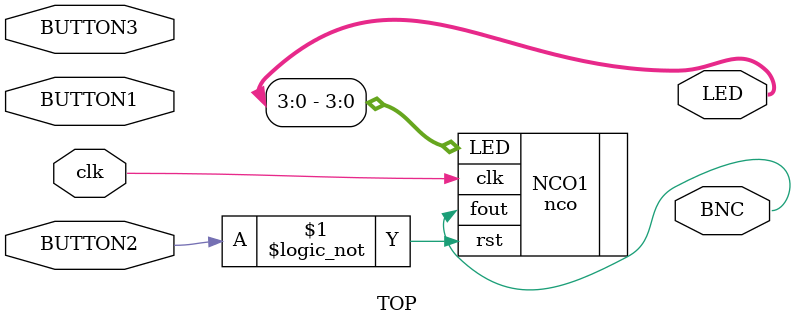
<source format=v>
module TOP (
    input clk,
    input BUTTON1,
    input BUTTON2,
    input BUTTON3,
    output [9:0] LED,
    output BNC
    );
    
    /* 
    cagen CA1(.clk(clk),
              .en(BUTTON1),
              .rst(!BUTTON2),
              .t0(3),
              .t1(6),
              .q(LED),
              .code(BNC)
            );
    */
    nco NCO1(.clk(clk),
             .fout(BNC),
             .rst(!BUTTON2),
             .LED(LED[3:0])
    );

endmodule


/*module TOP (
    input clk,
    input BUTTON1,
    input BUTTON2,
    input BUTTON3,
    output [9:0] LED,
    output BNC
);
reg stanje = 0;
wire data1, data2;
wire [9:0] q_G1;
wire [9:0] q_G2;
shift_reg G1(!BUTTON1, stevec[4], data1, q_G1);
shift_reg G2(!BUTTON1, stevec[4], data2, q_G2);
reg [4:0] stevec = 5'b11111;


always @(posedge clk)
begin
    stevec <= stevec + 1'b1;
end
assign LED = q_G1;

assign data1 = q_G1[2]^q_G1[9];
assign data2 = ((q_G2[9]^q_G2[8])^(q_G2[5]^q_G2[7]))^(q_G2[1]^q_G2[2]); 
assign CAout = (q_G2[3]^q_G2[6])^q_G1[9];
assign BNC = (BUTTON3==1'b1) ? q_G1[9] : CAout;
endmodule*/


/*module shift_reg #(parameter bit_count = 10)(
    input sync, 
    input clk, 
    input data,
    output reg [bit_count-1:0] q
);

always @(posedge clk , posedge sync)
begin
    if(sync == 1) begin
        q <= 10'b1111111111;
    end
    else begin
        q <= {data, q[bit_count - 1:1]};
    end
end  
endmodule*/


/*always @(negedge BUTTON3)
begin
    if (stanje)
        vir=BUTTON2;
    else
        vir=stevec[4];
    stanje<=~stanje;
end*/

</source>
